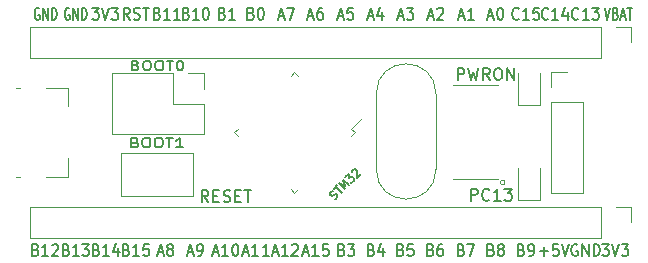
<source format=gbr>
G04 #@! TF.GenerationSoftware,KiCad,Pcbnew,5.1.6+dfsg1-1*
G04 #@! TF.CreationDate,2020-11-01T22:24:16+03:00*
G04 #@! TF.ProjectId,WhitePill,57686974-6550-4696-9c6c-2e6b69636164,rev?*
G04 #@! TF.SameCoordinates,Original*
G04 #@! TF.FileFunction,Legend,Top*
G04 #@! TF.FilePolarity,Positive*
%FSLAX46Y46*%
G04 Gerber Fmt 4.6, Leading zero omitted, Abs format (unit mm)*
G04 Created by KiCad (PCBNEW 5.1.6+dfsg1-1) date 2020-11-01 22:24:16*
%MOMM*%
%LPD*%
G01*
G04 APERTURE LIST*
%ADD10C,0.150000*%
%ADD11C,0.120000*%
%ADD12C,0.080000*%
G04 APERTURE END LIST*
D10*
X149634714Y-109452380D02*
X150191857Y-109452380D01*
X149891857Y-109833333D01*
X150020428Y-109833333D01*
X150106142Y-109880952D01*
X150149000Y-109928571D01*
X150191857Y-110023809D01*
X150191857Y-110261904D01*
X150149000Y-110357142D01*
X150106142Y-110404761D01*
X150020428Y-110452380D01*
X149763285Y-110452380D01*
X149677571Y-110404761D01*
X149634714Y-110357142D01*
X150449000Y-109452380D02*
X150749000Y-110452380D01*
X151049000Y-109452380D01*
X151263285Y-109452380D02*
X151820428Y-109452380D01*
X151520428Y-109833333D01*
X151649000Y-109833333D01*
X151734714Y-109880952D01*
X151777571Y-109928571D01*
X151820428Y-110023809D01*
X151820428Y-110261904D01*
X151777571Y-110357142D01*
X151734714Y-110404761D01*
X151649000Y-110452380D01*
X151391857Y-110452380D01*
X151306142Y-110404761D01*
X151263285Y-110357142D01*
X147525825Y-109500000D02*
X147440111Y-109452380D01*
X147311540Y-109452380D01*
X147182968Y-109500000D01*
X147097254Y-109595238D01*
X147054397Y-109690476D01*
X147011540Y-109880952D01*
X147011540Y-110023809D01*
X147054397Y-110214285D01*
X147097254Y-110309523D01*
X147182968Y-110404761D01*
X147311540Y-110452380D01*
X147397254Y-110452380D01*
X147525825Y-110404761D01*
X147568682Y-110357142D01*
X147568682Y-110023809D01*
X147397254Y-110023809D01*
X147954397Y-110452380D02*
X147954397Y-109452380D01*
X148468682Y-110452380D01*
X148468682Y-109452380D01*
X148897254Y-110452380D02*
X148897254Y-109452380D01*
X149111540Y-109452380D01*
X149240111Y-109500000D01*
X149325825Y-109595238D01*
X149368682Y-109690476D01*
X149411540Y-109880952D01*
X149411540Y-110023809D01*
X149368682Y-110214285D01*
X149325825Y-110309523D01*
X149240111Y-110404761D01*
X149111540Y-110452380D01*
X148897254Y-110452380D01*
X144374697Y-110071428D02*
X145060411Y-110071428D01*
X144717554Y-110452380D02*
X144717554Y-109690476D01*
X145917554Y-109452380D02*
X145488982Y-109452380D01*
X145446125Y-109928571D01*
X145488982Y-109880952D01*
X145574697Y-109833333D01*
X145788982Y-109833333D01*
X145874697Y-109880952D01*
X145917554Y-109928571D01*
X145960411Y-110023809D01*
X145960411Y-110261904D01*
X145917554Y-110357142D01*
X145874697Y-110404761D01*
X145788982Y-110452380D01*
X145574697Y-110452380D01*
X145488982Y-110404761D01*
X145446125Y-110357142D01*
X146217554Y-109452380D02*
X146517554Y-110452380D01*
X146817554Y-109452380D01*
X142792654Y-109928571D02*
X142921225Y-109976190D01*
X142964082Y-110023809D01*
X143006940Y-110119047D01*
X143006940Y-110261904D01*
X142964082Y-110357142D01*
X142921225Y-110404761D01*
X142835511Y-110452380D01*
X142492654Y-110452380D01*
X142492654Y-109452380D01*
X142792654Y-109452380D01*
X142878368Y-109500000D01*
X142921225Y-109547619D01*
X142964082Y-109642857D01*
X142964082Y-109738095D01*
X142921225Y-109833333D01*
X142878368Y-109880952D01*
X142792654Y-109928571D01*
X142492654Y-109928571D01*
X143435511Y-110452380D02*
X143606940Y-110452380D01*
X143692654Y-110404761D01*
X143735511Y-110357142D01*
X143821225Y-110214285D01*
X143864082Y-110023809D01*
X143864082Y-109642857D01*
X143821225Y-109547619D01*
X143778368Y-109500000D01*
X143692654Y-109452380D01*
X143521225Y-109452380D01*
X143435511Y-109500000D01*
X143392654Y-109547619D01*
X143349797Y-109642857D01*
X143349797Y-109880952D01*
X143392654Y-109976190D01*
X143435511Y-110023809D01*
X143521225Y-110071428D01*
X143692654Y-110071428D01*
X143778368Y-110023809D01*
X143821225Y-109976190D01*
X143864082Y-109880952D01*
X140214554Y-109928571D02*
X140343125Y-109976190D01*
X140385982Y-110023809D01*
X140428840Y-110119047D01*
X140428840Y-110261904D01*
X140385982Y-110357142D01*
X140343125Y-110404761D01*
X140257411Y-110452380D01*
X139914554Y-110452380D01*
X139914554Y-109452380D01*
X140214554Y-109452380D01*
X140300268Y-109500000D01*
X140343125Y-109547619D01*
X140385982Y-109642857D01*
X140385982Y-109738095D01*
X140343125Y-109833333D01*
X140300268Y-109880952D01*
X140214554Y-109928571D01*
X139914554Y-109928571D01*
X140943125Y-109880952D02*
X140857411Y-109833333D01*
X140814554Y-109785714D01*
X140771697Y-109690476D01*
X140771697Y-109642857D01*
X140814554Y-109547619D01*
X140857411Y-109500000D01*
X140943125Y-109452380D01*
X141114554Y-109452380D01*
X141200268Y-109500000D01*
X141243125Y-109547619D01*
X141285982Y-109642857D01*
X141285982Y-109690476D01*
X141243125Y-109785714D01*
X141200268Y-109833333D01*
X141114554Y-109880952D01*
X140943125Y-109880952D01*
X140857411Y-109928571D01*
X140814554Y-109976190D01*
X140771697Y-110071428D01*
X140771697Y-110261904D01*
X140814554Y-110357142D01*
X140857411Y-110404761D01*
X140943125Y-110452380D01*
X141114554Y-110452380D01*
X141200268Y-110404761D01*
X141243125Y-110357142D01*
X141285982Y-110261904D01*
X141285982Y-110071428D01*
X141243125Y-109976190D01*
X141200268Y-109928571D01*
X141114554Y-109880952D01*
X137697414Y-109928571D02*
X137825985Y-109976190D01*
X137868842Y-110023809D01*
X137911700Y-110119047D01*
X137911700Y-110261904D01*
X137868842Y-110357142D01*
X137825985Y-110404761D01*
X137740271Y-110452380D01*
X137397414Y-110452380D01*
X137397414Y-109452380D01*
X137697414Y-109452380D01*
X137783128Y-109500000D01*
X137825985Y-109547619D01*
X137868842Y-109642857D01*
X137868842Y-109738095D01*
X137825985Y-109833333D01*
X137783128Y-109880952D01*
X137697414Y-109928571D01*
X137397414Y-109928571D01*
X138211700Y-109452380D02*
X138811700Y-109452380D01*
X138425985Y-110452380D01*
X135119314Y-109928571D02*
X135247885Y-109976190D01*
X135290742Y-110023809D01*
X135333600Y-110119047D01*
X135333600Y-110261904D01*
X135290742Y-110357142D01*
X135247885Y-110404761D01*
X135162171Y-110452380D01*
X134819314Y-110452380D01*
X134819314Y-109452380D01*
X135119314Y-109452380D01*
X135205028Y-109500000D01*
X135247885Y-109547619D01*
X135290742Y-109642857D01*
X135290742Y-109738095D01*
X135247885Y-109833333D01*
X135205028Y-109880952D01*
X135119314Y-109928571D01*
X134819314Y-109928571D01*
X136105028Y-109452380D02*
X135933600Y-109452380D01*
X135847885Y-109500000D01*
X135805028Y-109547619D01*
X135719314Y-109690476D01*
X135676457Y-109880952D01*
X135676457Y-110261904D01*
X135719314Y-110357142D01*
X135762171Y-110404761D01*
X135847885Y-110452380D01*
X136019314Y-110452380D01*
X136105028Y-110404761D01*
X136147885Y-110357142D01*
X136190742Y-110261904D01*
X136190742Y-110023809D01*
X136147885Y-109928571D01*
X136105028Y-109880952D01*
X136019314Y-109833333D01*
X135847885Y-109833333D01*
X135762171Y-109880952D01*
X135719314Y-109928571D01*
X135676457Y-110023809D01*
X132581854Y-109928571D02*
X132710425Y-109976190D01*
X132753282Y-110023809D01*
X132796140Y-110119047D01*
X132796140Y-110261904D01*
X132753282Y-110357142D01*
X132710425Y-110404761D01*
X132624711Y-110452380D01*
X132281854Y-110452380D01*
X132281854Y-109452380D01*
X132581854Y-109452380D01*
X132667568Y-109500000D01*
X132710425Y-109547619D01*
X132753282Y-109642857D01*
X132753282Y-109738095D01*
X132710425Y-109833333D01*
X132667568Y-109880952D01*
X132581854Y-109928571D01*
X132281854Y-109928571D01*
X133610425Y-109452380D02*
X133181854Y-109452380D01*
X133138997Y-109928571D01*
X133181854Y-109880952D01*
X133267568Y-109833333D01*
X133481854Y-109833333D01*
X133567568Y-109880952D01*
X133610425Y-109928571D01*
X133653282Y-110023809D01*
X133653282Y-110261904D01*
X133610425Y-110357142D01*
X133567568Y-110404761D01*
X133481854Y-110452380D01*
X133267568Y-110452380D01*
X133181854Y-110404761D01*
X133138997Y-110357142D01*
X130087574Y-109928571D02*
X130216145Y-109976190D01*
X130259002Y-110023809D01*
X130301860Y-110119047D01*
X130301860Y-110261904D01*
X130259002Y-110357142D01*
X130216145Y-110404761D01*
X130130431Y-110452380D01*
X129787574Y-110452380D01*
X129787574Y-109452380D01*
X130087574Y-109452380D01*
X130173288Y-109500000D01*
X130216145Y-109547619D01*
X130259002Y-109642857D01*
X130259002Y-109738095D01*
X130216145Y-109833333D01*
X130173288Y-109880952D01*
X130087574Y-109928571D01*
X129787574Y-109928571D01*
X131073288Y-109785714D02*
X131073288Y-110452380D01*
X130859002Y-109404761D02*
X130644717Y-110119047D01*
X131201860Y-110119047D01*
X127562814Y-109928571D02*
X127691385Y-109976190D01*
X127734242Y-110023809D01*
X127777100Y-110119047D01*
X127777100Y-110261904D01*
X127734242Y-110357142D01*
X127691385Y-110404761D01*
X127605671Y-110452380D01*
X127262814Y-110452380D01*
X127262814Y-109452380D01*
X127562814Y-109452380D01*
X127648528Y-109500000D01*
X127691385Y-109547619D01*
X127734242Y-109642857D01*
X127734242Y-109738095D01*
X127691385Y-109833333D01*
X127648528Y-109880952D01*
X127562814Y-109928571D01*
X127262814Y-109928571D01*
X128077100Y-109452380D02*
X128634242Y-109452380D01*
X128334242Y-109833333D01*
X128462814Y-109833333D01*
X128548528Y-109880952D01*
X128591385Y-109928571D01*
X128634242Y-110023809D01*
X128634242Y-110261904D01*
X128591385Y-110357142D01*
X128548528Y-110404761D01*
X128462814Y-110452380D01*
X128205671Y-110452380D01*
X128119957Y-110404761D01*
X128077100Y-110357142D01*
X124323291Y-110166666D02*
X124751862Y-110166666D01*
X124237577Y-110452380D02*
X124537577Y-109452380D01*
X124837577Y-110452380D01*
X125609005Y-110452380D02*
X125094720Y-110452380D01*
X125351862Y-110452380D02*
X125351862Y-109452380D01*
X125266148Y-109595238D01*
X125180434Y-109690476D01*
X125094720Y-109738095D01*
X126423291Y-109452380D02*
X125994720Y-109452380D01*
X125951862Y-109928571D01*
X125994720Y-109880952D01*
X126080434Y-109833333D01*
X126294720Y-109833333D01*
X126380434Y-109880952D01*
X126423291Y-109928571D01*
X126466148Y-110023809D01*
X126466148Y-110261904D01*
X126423291Y-110357142D01*
X126380434Y-110404761D01*
X126294720Y-110452380D01*
X126080434Y-110452380D01*
X125994720Y-110404761D01*
X125951862Y-110357142D01*
X121732491Y-110166666D02*
X122161062Y-110166666D01*
X121646777Y-110452380D02*
X121946777Y-109452380D01*
X122246777Y-110452380D01*
X123018205Y-110452380D02*
X122503920Y-110452380D01*
X122761062Y-110452380D02*
X122761062Y-109452380D01*
X122675348Y-109595238D01*
X122589634Y-109690476D01*
X122503920Y-109738095D01*
X123361062Y-109547619D02*
X123403920Y-109500000D01*
X123489634Y-109452380D01*
X123703920Y-109452380D01*
X123789634Y-109500000D01*
X123832491Y-109547619D01*
X123875348Y-109642857D01*
X123875348Y-109738095D01*
X123832491Y-109880952D01*
X123318205Y-110452380D01*
X123875348Y-110452380D01*
X119240751Y-110166666D02*
X119669322Y-110166666D01*
X119155037Y-110452380D02*
X119455037Y-109452380D01*
X119755037Y-110452380D01*
X120526465Y-110452380D02*
X120012180Y-110452380D01*
X120269322Y-110452380D02*
X120269322Y-109452380D01*
X120183608Y-109595238D01*
X120097894Y-109690476D01*
X120012180Y-109738095D01*
X121383608Y-110452380D02*
X120869322Y-110452380D01*
X121126465Y-110452380D02*
X121126465Y-109452380D01*
X121040751Y-109595238D01*
X120955037Y-109690476D01*
X120869322Y-109738095D01*
X116690591Y-110166666D02*
X117119162Y-110166666D01*
X116604877Y-110452380D02*
X116904877Y-109452380D01*
X117204877Y-110452380D01*
X117976305Y-110452380D02*
X117462020Y-110452380D01*
X117719162Y-110452380D02*
X117719162Y-109452380D01*
X117633448Y-109595238D01*
X117547734Y-109690476D01*
X117462020Y-109738095D01*
X118533448Y-109452380D02*
X118619162Y-109452380D01*
X118704877Y-109500000D01*
X118747734Y-109547619D01*
X118790591Y-109642857D01*
X118833448Y-109833333D01*
X118833448Y-110071428D01*
X118790591Y-110261904D01*
X118747734Y-110357142D01*
X118704877Y-110404761D01*
X118619162Y-110452380D01*
X118533448Y-110452380D01*
X118447734Y-110404761D01*
X118404877Y-110357142D01*
X118362020Y-110261904D01*
X118319162Y-110071428D01*
X118319162Y-109833333D01*
X118362020Y-109642857D01*
X118404877Y-109547619D01*
X118447734Y-109500000D01*
X118533448Y-109452380D01*
X114528362Y-110166666D02*
X114956934Y-110166666D01*
X114442648Y-110452380D02*
X114742648Y-109452380D01*
X115042648Y-110452380D01*
X115385505Y-110452380D02*
X115556934Y-110452380D01*
X115642648Y-110404761D01*
X115685505Y-110357142D01*
X115771220Y-110214285D01*
X115814077Y-110023809D01*
X115814077Y-109642857D01*
X115771220Y-109547619D01*
X115728362Y-109500000D01*
X115642648Y-109452380D01*
X115471220Y-109452380D01*
X115385505Y-109500000D01*
X115342648Y-109547619D01*
X115299791Y-109642857D01*
X115299791Y-109880952D01*
X115342648Y-109976190D01*
X115385505Y-110023809D01*
X115471220Y-110071428D01*
X115642648Y-110071428D01*
X115728362Y-110023809D01*
X115771220Y-109976190D01*
X115814077Y-109880952D01*
X112036622Y-110166666D02*
X112465194Y-110166666D01*
X111950908Y-110452380D02*
X112250908Y-109452380D01*
X112550908Y-110452380D01*
X112979480Y-109880952D02*
X112893765Y-109833333D01*
X112850908Y-109785714D01*
X112808051Y-109690476D01*
X112808051Y-109642857D01*
X112850908Y-109547619D01*
X112893765Y-109500000D01*
X112979480Y-109452380D01*
X113150908Y-109452380D01*
X113236622Y-109500000D01*
X113279480Y-109547619D01*
X113322337Y-109642857D01*
X113322337Y-109690476D01*
X113279480Y-109785714D01*
X113236622Y-109833333D01*
X113150908Y-109880952D01*
X112979480Y-109880952D01*
X112893765Y-109928571D01*
X112850908Y-109976190D01*
X112808051Y-110071428D01*
X112808051Y-110261904D01*
X112850908Y-110357142D01*
X112893765Y-110404761D01*
X112979480Y-110452380D01*
X113150908Y-110452380D01*
X113236622Y-110404761D01*
X113279480Y-110357142D01*
X113322337Y-110261904D01*
X113322337Y-110071428D01*
X113279480Y-109976190D01*
X113236622Y-109928571D01*
X113150908Y-109880952D01*
X109336462Y-109928571D02*
X109465034Y-109976190D01*
X109507891Y-110023809D01*
X109550748Y-110119047D01*
X109550748Y-110261904D01*
X109507891Y-110357142D01*
X109465034Y-110404761D01*
X109379320Y-110452380D01*
X109036462Y-110452380D01*
X109036462Y-109452380D01*
X109336462Y-109452380D01*
X109422177Y-109500000D01*
X109465034Y-109547619D01*
X109507891Y-109642857D01*
X109507891Y-109738095D01*
X109465034Y-109833333D01*
X109422177Y-109880952D01*
X109336462Y-109928571D01*
X109036462Y-109928571D01*
X110407891Y-110452380D02*
X109893605Y-110452380D01*
X110150748Y-110452380D02*
X110150748Y-109452380D01*
X110065034Y-109595238D01*
X109979320Y-109690476D01*
X109893605Y-109738095D01*
X111222177Y-109452380D02*
X110793605Y-109452380D01*
X110750748Y-109928571D01*
X110793605Y-109880952D01*
X110879320Y-109833333D01*
X111093605Y-109833333D01*
X111179320Y-109880952D01*
X111222177Y-109928571D01*
X111265034Y-110023809D01*
X111265034Y-110261904D01*
X111222177Y-110357142D01*
X111179320Y-110404761D01*
X111093605Y-110452380D01*
X110879320Y-110452380D01*
X110793605Y-110404761D01*
X110750748Y-110357142D01*
X106804082Y-109928571D02*
X106932654Y-109976190D01*
X106975511Y-110023809D01*
X107018368Y-110119047D01*
X107018368Y-110261904D01*
X106975511Y-110357142D01*
X106932654Y-110404761D01*
X106846940Y-110452380D01*
X106504082Y-110452380D01*
X106504082Y-109452380D01*
X106804082Y-109452380D01*
X106889797Y-109500000D01*
X106932654Y-109547619D01*
X106975511Y-109642857D01*
X106975511Y-109738095D01*
X106932654Y-109833333D01*
X106889797Y-109880952D01*
X106804082Y-109928571D01*
X106504082Y-109928571D01*
X107875511Y-110452380D02*
X107361225Y-110452380D01*
X107618368Y-110452380D02*
X107618368Y-109452380D01*
X107532654Y-109595238D01*
X107446940Y-109690476D01*
X107361225Y-109738095D01*
X108646940Y-109785714D02*
X108646940Y-110452380D01*
X108432654Y-109404761D02*
X108218368Y-110119047D01*
X108775511Y-110119047D01*
X104233602Y-109928571D02*
X104362174Y-109976190D01*
X104405031Y-110023809D01*
X104447888Y-110119047D01*
X104447888Y-110261904D01*
X104405031Y-110357142D01*
X104362174Y-110404761D01*
X104276460Y-110452380D01*
X103933602Y-110452380D01*
X103933602Y-109452380D01*
X104233602Y-109452380D01*
X104319317Y-109500000D01*
X104362174Y-109547619D01*
X104405031Y-109642857D01*
X104405031Y-109738095D01*
X104362174Y-109833333D01*
X104319317Y-109880952D01*
X104233602Y-109928571D01*
X103933602Y-109928571D01*
X105305031Y-110452380D02*
X104790745Y-110452380D01*
X105047888Y-110452380D02*
X105047888Y-109452380D01*
X104962174Y-109595238D01*
X104876460Y-109690476D01*
X104790745Y-109738095D01*
X105605031Y-109452380D02*
X106162174Y-109452380D01*
X105862174Y-109833333D01*
X105990745Y-109833333D01*
X106076460Y-109880952D01*
X106119317Y-109928571D01*
X106162174Y-110023809D01*
X106162174Y-110261904D01*
X106119317Y-110357142D01*
X106076460Y-110404761D01*
X105990745Y-110452380D01*
X105733602Y-110452380D01*
X105647888Y-110404761D01*
X105605031Y-110357142D01*
X101652962Y-109928571D02*
X101781534Y-109976190D01*
X101824391Y-110023809D01*
X101867248Y-110119047D01*
X101867248Y-110261904D01*
X101824391Y-110357142D01*
X101781534Y-110404761D01*
X101695820Y-110452380D01*
X101352962Y-110452380D01*
X101352962Y-109452380D01*
X101652962Y-109452380D01*
X101738677Y-109500000D01*
X101781534Y-109547619D01*
X101824391Y-109642857D01*
X101824391Y-109738095D01*
X101781534Y-109833333D01*
X101738677Y-109880952D01*
X101652962Y-109928571D01*
X101352962Y-109928571D01*
X102724391Y-110452380D02*
X102210105Y-110452380D01*
X102467248Y-110452380D02*
X102467248Y-109452380D01*
X102381534Y-109595238D01*
X102295820Y-109690476D01*
X102210105Y-109738095D01*
X103067248Y-109547619D02*
X103110105Y-109500000D01*
X103195820Y-109452380D01*
X103410105Y-109452380D01*
X103495820Y-109500000D01*
X103538677Y-109547619D01*
X103581534Y-109642857D01*
X103581534Y-109738095D01*
X103538677Y-109880952D01*
X103024391Y-110452380D01*
X103581534Y-110452380D01*
X101975986Y-89500000D02*
X101909320Y-89452380D01*
X101809320Y-89452380D01*
X101709320Y-89500000D01*
X101642653Y-89595238D01*
X101609320Y-89690476D01*
X101575986Y-89880952D01*
X101575986Y-90023809D01*
X101609320Y-90214285D01*
X101642653Y-90309523D01*
X101709320Y-90404761D01*
X101809320Y-90452380D01*
X101875986Y-90452380D01*
X101975986Y-90404761D01*
X102009320Y-90357142D01*
X102009320Y-90023809D01*
X101875986Y-90023809D01*
X102309320Y-90452380D02*
X102309320Y-89452380D01*
X102709320Y-90452380D01*
X102709320Y-89452380D01*
X103042653Y-90452380D02*
X103042653Y-89452380D01*
X103209320Y-89452380D01*
X103309320Y-89500000D01*
X103375986Y-89595238D01*
X103409320Y-89690476D01*
X103442653Y-89880952D01*
X103442653Y-90023809D01*
X103409320Y-90214285D01*
X103375986Y-90309523D01*
X103309320Y-90404761D01*
X103209320Y-90452380D01*
X103042653Y-90452380D01*
X104521066Y-89500000D02*
X104454400Y-89452380D01*
X104354400Y-89452380D01*
X104254400Y-89500000D01*
X104187733Y-89595238D01*
X104154400Y-89690476D01*
X104121066Y-89880952D01*
X104121066Y-90023809D01*
X104154400Y-90214285D01*
X104187733Y-90309523D01*
X104254400Y-90404761D01*
X104354400Y-90452380D01*
X104421066Y-90452380D01*
X104521066Y-90404761D01*
X104554400Y-90357142D01*
X104554400Y-90023809D01*
X104421066Y-90023809D01*
X104854400Y-90452380D02*
X104854400Y-89452380D01*
X105254400Y-90452380D01*
X105254400Y-89452380D01*
X105587733Y-90452380D02*
X105587733Y-89452380D01*
X105754400Y-89452380D01*
X105854400Y-89500000D01*
X105921066Y-89595238D01*
X105954400Y-89690476D01*
X105987733Y-89880952D01*
X105987733Y-90023809D01*
X105954400Y-90214285D01*
X105921066Y-90309523D01*
X105854400Y-90404761D01*
X105754400Y-90452380D01*
X105587733Y-90452380D01*
X106452174Y-89452380D02*
X107009317Y-89452380D01*
X106709317Y-89833333D01*
X106837888Y-89833333D01*
X106923602Y-89880952D01*
X106966460Y-89928571D01*
X107009317Y-90023809D01*
X107009317Y-90261904D01*
X106966460Y-90357142D01*
X106923602Y-90404761D01*
X106837888Y-90452380D01*
X106580745Y-90452380D01*
X106495031Y-90404761D01*
X106452174Y-90357142D01*
X107266460Y-89452380D02*
X107566460Y-90452380D01*
X107866460Y-89452380D01*
X108080745Y-89452380D02*
X108637888Y-89452380D01*
X108337888Y-89833333D01*
X108466460Y-89833333D01*
X108552174Y-89880952D01*
X108595031Y-89928571D01*
X108637888Y-90023809D01*
X108637888Y-90261904D01*
X108595031Y-90357142D01*
X108552174Y-90404761D01*
X108466460Y-90452380D01*
X108209317Y-90452380D01*
X108123602Y-90404761D01*
X108080745Y-90357142D01*
X109621222Y-90452380D02*
X109321222Y-89976190D01*
X109106937Y-90452380D02*
X109106937Y-89452380D01*
X109449794Y-89452380D01*
X109535508Y-89500000D01*
X109578365Y-89547619D01*
X109621222Y-89642857D01*
X109621222Y-89785714D01*
X109578365Y-89880952D01*
X109535508Y-89928571D01*
X109449794Y-89976190D01*
X109106937Y-89976190D01*
X109964080Y-90404761D02*
X110092651Y-90452380D01*
X110306937Y-90452380D01*
X110392651Y-90404761D01*
X110435508Y-90357142D01*
X110478365Y-90261904D01*
X110478365Y-90166666D01*
X110435508Y-90071428D01*
X110392651Y-90023809D01*
X110306937Y-89976190D01*
X110135508Y-89928571D01*
X110049794Y-89880952D01*
X110006937Y-89833333D01*
X109964080Y-89738095D01*
X109964080Y-89642857D01*
X110006937Y-89547619D01*
X110049794Y-89500000D01*
X110135508Y-89452380D01*
X110349794Y-89452380D01*
X110478365Y-89500000D01*
X110735508Y-89452380D02*
X111249794Y-89452380D01*
X110992651Y-90452380D02*
X110992651Y-89452380D01*
X111962822Y-89928571D02*
X112091394Y-89976190D01*
X112134251Y-90023809D01*
X112177108Y-90119047D01*
X112177108Y-90261904D01*
X112134251Y-90357142D01*
X112091394Y-90404761D01*
X112005680Y-90452380D01*
X111662822Y-90452380D01*
X111662822Y-89452380D01*
X111962822Y-89452380D01*
X112048537Y-89500000D01*
X112091394Y-89547619D01*
X112134251Y-89642857D01*
X112134251Y-89738095D01*
X112091394Y-89833333D01*
X112048537Y-89880952D01*
X111962822Y-89928571D01*
X111662822Y-89928571D01*
X113034251Y-90452380D02*
X112519965Y-90452380D01*
X112777108Y-90452380D02*
X112777108Y-89452380D01*
X112691394Y-89595238D01*
X112605680Y-89690476D01*
X112519965Y-89738095D01*
X113891394Y-90452380D02*
X113377108Y-90452380D01*
X113634251Y-90452380D02*
X113634251Y-89452380D01*
X113548537Y-89595238D01*
X113462822Y-89690476D01*
X113377108Y-89738095D01*
X114396142Y-89928571D02*
X114524714Y-89976190D01*
X114567571Y-90023809D01*
X114610428Y-90119047D01*
X114610428Y-90261904D01*
X114567571Y-90357142D01*
X114524714Y-90404761D01*
X114439000Y-90452380D01*
X114096142Y-90452380D01*
X114096142Y-89452380D01*
X114396142Y-89452380D01*
X114481857Y-89500000D01*
X114524714Y-89547619D01*
X114567571Y-89642857D01*
X114567571Y-89738095D01*
X114524714Y-89833333D01*
X114481857Y-89880952D01*
X114396142Y-89928571D01*
X114096142Y-89928571D01*
X115467571Y-90452380D02*
X114953285Y-90452380D01*
X115210428Y-90452380D02*
X115210428Y-89452380D01*
X115124714Y-89595238D01*
X115039000Y-89690476D01*
X114953285Y-89738095D01*
X116024714Y-89452380D02*
X116110428Y-89452380D01*
X116196142Y-89500000D01*
X116239000Y-89547619D01*
X116281857Y-89642857D01*
X116324714Y-89833333D01*
X116324714Y-90071428D01*
X116281857Y-90261904D01*
X116239000Y-90357142D01*
X116196142Y-90404761D01*
X116110428Y-90452380D01*
X116024714Y-90452380D01*
X115939000Y-90404761D01*
X115896142Y-90357142D01*
X115853285Y-90261904D01*
X115810428Y-90071428D01*
X115810428Y-89833333D01*
X115853285Y-89642857D01*
X115896142Y-89547619D01*
X115939000Y-89500000D01*
X116024714Y-89452380D01*
X117461234Y-89928571D02*
X117589805Y-89976190D01*
X117632662Y-90023809D01*
X117675520Y-90119047D01*
X117675520Y-90261904D01*
X117632662Y-90357142D01*
X117589805Y-90404761D01*
X117504091Y-90452380D01*
X117161234Y-90452380D01*
X117161234Y-89452380D01*
X117461234Y-89452380D01*
X117546948Y-89500000D01*
X117589805Y-89547619D01*
X117632662Y-89642857D01*
X117632662Y-89738095D01*
X117589805Y-89833333D01*
X117546948Y-89880952D01*
X117461234Y-89928571D01*
X117161234Y-89928571D01*
X118532662Y-90452380D02*
X118018377Y-90452380D01*
X118275520Y-90452380D02*
X118275520Y-89452380D01*
X118189805Y-89595238D01*
X118104091Y-89690476D01*
X118018377Y-89738095D01*
X119894554Y-89928571D02*
X120023125Y-89976190D01*
X120065982Y-90023809D01*
X120108840Y-90119047D01*
X120108840Y-90261904D01*
X120065982Y-90357142D01*
X120023125Y-90404761D01*
X119937411Y-90452380D01*
X119594554Y-90452380D01*
X119594554Y-89452380D01*
X119894554Y-89452380D01*
X119980268Y-89500000D01*
X120023125Y-89547619D01*
X120065982Y-89642857D01*
X120065982Y-89738095D01*
X120023125Y-89833333D01*
X119980268Y-89880952D01*
X119894554Y-89928571D01*
X119594554Y-89928571D01*
X120665982Y-89452380D02*
X120751697Y-89452380D01*
X120837411Y-89500000D01*
X120880268Y-89547619D01*
X120923125Y-89642857D01*
X120965982Y-89833333D01*
X120965982Y-90071428D01*
X120923125Y-90261904D01*
X120880268Y-90357142D01*
X120837411Y-90404761D01*
X120751697Y-90452380D01*
X120665982Y-90452380D01*
X120580268Y-90404761D01*
X120537411Y-90357142D01*
X120494554Y-90261904D01*
X120451697Y-90071428D01*
X120451697Y-89833333D01*
X120494554Y-89642857D01*
X120537411Y-89547619D01*
X120580268Y-89500000D01*
X120665982Y-89452380D01*
X126974636Y-105668417D02*
X127068917Y-105621276D01*
X127186768Y-105503425D01*
X127210338Y-105432715D01*
X127210338Y-105385574D01*
X127186768Y-105314863D01*
X127139628Y-105267723D01*
X127068917Y-105244153D01*
X127021776Y-105244153D01*
X126951066Y-105267723D01*
X126833215Y-105338434D01*
X126762504Y-105362004D01*
X126715364Y-105362004D01*
X126644653Y-105338434D01*
X126597512Y-105291293D01*
X126573942Y-105220583D01*
X126573942Y-105173442D01*
X126597512Y-105102731D01*
X126715364Y-104984880D01*
X126809644Y-104937740D01*
X126927496Y-104772748D02*
X127210338Y-104489906D01*
X127563892Y-105126302D02*
X127068917Y-104631327D01*
X127870305Y-104819889D02*
X127375330Y-104324914D01*
X127893875Y-104513476D01*
X127705313Y-103994931D01*
X128200288Y-104489906D01*
X127893875Y-103806369D02*
X128200288Y-103499956D01*
X128223858Y-103853509D01*
X128294569Y-103782799D01*
X128365279Y-103759229D01*
X128412420Y-103759229D01*
X128483130Y-103782799D01*
X128600982Y-103900650D01*
X128624552Y-103971361D01*
X128624552Y-104018501D01*
X128600982Y-104089212D01*
X128459560Y-104230633D01*
X128388850Y-104254203D01*
X128341709Y-104254203D01*
X128435990Y-103358535D02*
X128435990Y-103311394D01*
X128459560Y-103240684D01*
X128577411Y-103122832D01*
X128648122Y-103099262D01*
X128695263Y-103099262D01*
X128765973Y-103122832D01*
X128813114Y-103169973D01*
X128860254Y-103264254D01*
X128860254Y-103829939D01*
X129166667Y-103523526D01*
X116284239Y-105880160D02*
X115950905Y-105403970D01*
X115712810Y-105880160D02*
X115712810Y-104880160D01*
X116093762Y-104880160D01*
X116189000Y-104927780D01*
X116236620Y-104975399D01*
X116284239Y-105070637D01*
X116284239Y-105213494D01*
X116236620Y-105308732D01*
X116189000Y-105356351D01*
X116093762Y-105403970D01*
X115712810Y-105403970D01*
X116712810Y-105356351D02*
X117046143Y-105356351D01*
X117189000Y-105880160D02*
X116712810Y-105880160D01*
X116712810Y-104880160D01*
X117189000Y-104880160D01*
X117569953Y-105832541D02*
X117712810Y-105880160D01*
X117950905Y-105880160D01*
X118046143Y-105832541D01*
X118093762Y-105784922D01*
X118141381Y-105689684D01*
X118141381Y-105594446D01*
X118093762Y-105499208D01*
X118046143Y-105451589D01*
X117950905Y-105403970D01*
X117760429Y-105356351D01*
X117665191Y-105308732D01*
X117617572Y-105261113D01*
X117569953Y-105165875D01*
X117569953Y-105070637D01*
X117617572Y-104975399D01*
X117665191Y-104927780D01*
X117760429Y-104880160D01*
X117998524Y-104880160D01*
X118141381Y-104927780D01*
X118569953Y-105356351D02*
X118903286Y-105356351D01*
X119046143Y-105880160D02*
X118569953Y-105880160D01*
X118569953Y-104880160D01*
X119046143Y-104880160D01*
X119331858Y-104880160D02*
X119903286Y-104880160D01*
X119617572Y-105880160D02*
X119617572Y-104880160D01*
X138498794Y-105778560D02*
X138498794Y-104778560D01*
X138879746Y-104778560D01*
X138974984Y-104826180D01*
X139022603Y-104873799D01*
X139070222Y-104969037D01*
X139070222Y-105111894D01*
X139022603Y-105207132D01*
X138974984Y-105254751D01*
X138879746Y-105302370D01*
X138498794Y-105302370D01*
X140070222Y-105683322D02*
X140022603Y-105730941D01*
X139879746Y-105778560D01*
X139784508Y-105778560D01*
X139641651Y-105730941D01*
X139546413Y-105635703D01*
X139498794Y-105540465D01*
X139451175Y-105349989D01*
X139451175Y-105207132D01*
X139498794Y-105016656D01*
X139546413Y-104921418D01*
X139641651Y-104826180D01*
X139784508Y-104778560D01*
X139879746Y-104778560D01*
X140022603Y-104826180D01*
X140070222Y-104873799D01*
X141022603Y-105778560D02*
X140451175Y-105778560D01*
X140736889Y-105778560D02*
X140736889Y-104778560D01*
X140641651Y-104921418D01*
X140546413Y-105016656D01*
X140451175Y-105064275D01*
X141355937Y-104778560D02*
X141974984Y-104778560D01*
X141641651Y-105159513D01*
X141784508Y-105159513D01*
X141879746Y-105207132D01*
X141927365Y-105254751D01*
X141974984Y-105349989D01*
X141974984Y-105588084D01*
X141927365Y-105683322D01*
X141879746Y-105730941D01*
X141784508Y-105778560D01*
X141498794Y-105778560D01*
X141403556Y-105730941D01*
X141355937Y-105683322D01*
X137390167Y-95567760D02*
X137390167Y-94567760D01*
X137771120Y-94567760D01*
X137866358Y-94615380D01*
X137913977Y-94662999D01*
X137961596Y-94758237D01*
X137961596Y-94901094D01*
X137913977Y-94996332D01*
X137866358Y-95043951D01*
X137771120Y-95091570D01*
X137390167Y-95091570D01*
X138294929Y-94567760D02*
X138533024Y-95567760D01*
X138723500Y-94853475D01*
X138913977Y-95567760D01*
X139152072Y-94567760D01*
X140104453Y-95567760D02*
X139771120Y-95091570D01*
X139533024Y-95567760D02*
X139533024Y-94567760D01*
X139913977Y-94567760D01*
X140009215Y-94615380D01*
X140056834Y-94662999D01*
X140104453Y-94758237D01*
X140104453Y-94901094D01*
X140056834Y-94996332D01*
X140009215Y-95043951D01*
X139913977Y-95091570D01*
X139533024Y-95091570D01*
X140723500Y-94567760D02*
X140913977Y-94567760D01*
X141009215Y-94615380D01*
X141104453Y-94710618D01*
X141152072Y-94901094D01*
X141152072Y-95234427D01*
X141104453Y-95424903D01*
X141009215Y-95520141D01*
X140913977Y-95567760D01*
X140723500Y-95567760D01*
X140628262Y-95520141D01*
X140533024Y-95424903D01*
X140485405Y-95234427D01*
X140485405Y-94901094D01*
X140533024Y-94710618D01*
X140628262Y-94615380D01*
X140723500Y-94567760D01*
X141580643Y-95567760D02*
X141580643Y-94567760D01*
X142152072Y-95567760D01*
X142152072Y-94567760D01*
X122229642Y-90166666D02*
X122658214Y-90166666D01*
X122143928Y-90452380D02*
X122443928Y-89452380D01*
X122743928Y-90452380D01*
X122958214Y-89452380D02*
X123558214Y-89452380D01*
X123172500Y-90452380D01*
X124713762Y-90166666D02*
X125142334Y-90166666D01*
X124628048Y-90452380D02*
X124928048Y-89452380D01*
X125228048Y-90452380D01*
X125913762Y-89452380D02*
X125742334Y-89452380D01*
X125656620Y-89500000D01*
X125613762Y-89547619D01*
X125528048Y-89690476D01*
X125485191Y-89880952D01*
X125485191Y-90261904D01*
X125528048Y-90357142D01*
X125570905Y-90404761D01*
X125656620Y-90452380D01*
X125828048Y-90452380D01*
X125913762Y-90404761D01*
X125956620Y-90357142D01*
X125999477Y-90261904D01*
X125999477Y-90023809D01*
X125956620Y-89928571D01*
X125913762Y-89880952D01*
X125828048Y-89833333D01*
X125656620Y-89833333D01*
X125570905Y-89880952D01*
X125528048Y-89928571D01*
X125485191Y-90023809D01*
X127269002Y-90166666D02*
X127697574Y-90166666D01*
X127183288Y-90452380D02*
X127483288Y-89452380D01*
X127783288Y-90452380D01*
X128511860Y-89452380D02*
X128083288Y-89452380D01*
X128040431Y-89928571D01*
X128083288Y-89880952D01*
X128169002Y-89833333D01*
X128383288Y-89833333D01*
X128469002Y-89880952D01*
X128511860Y-89928571D01*
X128554717Y-90023809D01*
X128554717Y-90261904D01*
X128511860Y-90357142D01*
X128469002Y-90404761D01*
X128383288Y-90452380D01*
X128169002Y-90452380D01*
X128083288Y-90404761D01*
X128040431Y-90357142D01*
X129821702Y-90166666D02*
X130250274Y-90166666D01*
X129735988Y-90452380D02*
X130035988Y-89452380D01*
X130335988Y-90452380D01*
X131021702Y-89785714D02*
X131021702Y-90452380D01*
X130807417Y-89404761D02*
X130593131Y-90119047D01*
X131150274Y-90119047D01*
X132351542Y-90166666D02*
X132780114Y-90166666D01*
X132265828Y-90452380D02*
X132565828Y-89452380D01*
X132865828Y-90452380D01*
X133080114Y-89452380D02*
X133637257Y-89452380D01*
X133337257Y-89833333D01*
X133465828Y-89833333D01*
X133551542Y-89880952D01*
X133594400Y-89928571D01*
X133637257Y-90023809D01*
X133637257Y-90261904D01*
X133594400Y-90357142D01*
X133551542Y-90404761D01*
X133465828Y-90452380D01*
X133208685Y-90452380D01*
X133122971Y-90404761D01*
X133080114Y-90357142D01*
X134894082Y-90166666D02*
X135322654Y-90166666D01*
X134808368Y-90452380D02*
X135108368Y-89452380D01*
X135408368Y-90452380D01*
X135665511Y-89547619D02*
X135708368Y-89500000D01*
X135794082Y-89452380D01*
X136008368Y-89452380D01*
X136094082Y-89500000D01*
X136136940Y-89547619D01*
X136179797Y-89642857D01*
X136179797Y-89738095D01*
X136136940Y-89880952D01*
X135622654Y-90452380D01*
X136179797Y-90452380D01*
X137477262Y-90166666D02*
X137905834Y-90166666D01*
X137391548Y-90452380D02*
X137691548Y-89452380D01*
X137991548Y-90452380D01*
X138762977Y-90452380D02*
X138248691Y-90452380D01*
X138505834Y-90452380D02*
X138505834Y-89452380D01*
X138420120Y-89595238D01*
X138334405Y-89690476D01*
X138248691Y-89738095D01*
X139956302Y-90166666D02*
X140384874Y-90166666D01*
X139870588Y-90452380D02*
X140170588Y-89452380D01*
X140470588Y-90452380D01*
X140942017Y-89452380D02*
X141027731Y-89452380D01*
X141113445Y-89500000D01*
X141156302Y-89547619D01*
X141199160Y-89642857D01*
X141242017Y-89833333D01*
X141242017Y-90071428D01*
X141199160Y-90261904D01*
X141156302Y-90357142D01*
X141113445Y-90404761D01*
X141027731Y-90452380D01*
X140942017Y-90452380D01*
X140856302Y-90404761D01*
X140813445Y-90357142D01*
X140770588Y-90261904D01*
X140727731Y-90071428D01*
X140727731Y-89833333D01*
X140770588Y-89642857D01*
X140813445Y-89547619D01*
X140856302Y-89500000D01*
X140942017Y-89452380D01*
X142575828Y-90357142D02*
X142532971Y-90404761D01*
X142404400Y-90452380D01*
X142318685Y-90452380D01*
X142190114Y-90404761D01*
X142104400Y-90309523D01*
X142061542Y-90214285D01*
X142018685Y-90023809D01*
X142018685Y-89880952D01*
X142061542Y-89690476D01*
X142104400Y-89595238D01*
X142190114Y-89500000D01*
X142318685Y-89452380D01*
X142404400Y-89452380D01*
X142532971Y-89500000D01*
X142575828Y-89547619D01*
X143432971Y-90452380D02*
X142918685Y-90452380D01*
X143175828Y-90452380D02*
X143175828Y-89452380D01*
X143090114Y-89595238D01*
X143004400Y-89690476D01*
X142918685Y-89738095D01*
X144247257Y-89452380D02*
X143818685Y-89452380D01*
X143775828Y-89928571D01*
X143818685Y-89880952D01*
X143904400Y-89833333D01*
X144118685Y-89833333D01*
X144204400Y-89880952D01*
X144247257Y-89928571D01*
X144290114Y-90023809D01*
X144290114Y-90261904D01*
X144247257Y-90357142D01*
X144204400Y-90404761D01*
X144118685Y-90452380D01*
X143904400Y-90452380D01*
X143818685Y-90404761D01*
X143775828Y-90357142D01*
X145065028Y-90357142D02*
X145022171Y-90404761D01*
X144893600Y-90452380D01*
X144807885Y-90452380D01*
X144679314Y-90404761D01*
X144593600Y-90309523D01*
X144550742Y-90214285D01*
X144507885Y-90023809D01*
X144507885Y-89880952D01*
X144550742Y-89690476D01*
X144593600Y-89595238D01*
X144679314Y-89500000D01*
X144807885Y-89452380D01*
X144893600Y-89452380D01*
X145022171Y-89500000D01*
X145065028Y-89547619D01*
X145922171Y-90452380D02*
X145407885Y-90452380D01*
X145665028Y-90452380D02*
X145665028Y-89452380D01*
X145579314Y-89595238D01*
X145493600Y-89690476D01*
X145407885Y-89738095D01*
X146693600Y-89785714D02*
X146693600Y-90452380D01*
X146479314Y-89404761D02*
X146265028Y-90119047D01*
X146822171Y-90119047D01*
X147620268Y-90357142D02*
X147577411Y-90404761D01*
X147448840Y-90452380D01*
X147363125Y-90452380D01*
X147234554Y-90404761D01*
X147148840Y-90309523D01*
X147105982Y-90214285D01*
X147063125Y-90023809D01*
X147063125Y-89880952D01*
X147105982Y-89690476D01*
X147148840Y-89595238D01*
X147234554Y-89500000D01*
X147363125Y-89452380D01*
X147448840Y-89452380D01*
X147577411Y-89500000D01*
X147620268Y-89547619D01*
X148477411Y-90452380D02*
X147963125Y-90452380D01*
X148220268Y-90452380D02*
X148220268Y-89452380D01*
X148134554Y-89595238D01*
X148048840Y-89690476D01*
X147963125Y-89738095D01*
X148777411Y-89452380D02*
X149334554Y-89452380D01*
X149034554Y-89833333D01*
X149163125Y-89833333D01*
X149248840Y-89880952D01*
X149291697Y-89928571D01*
X149334554Y-90023809D01*
X149334554Y-90261904D01*
X149291697Y-90357142D01*
X149248840Y-90404761D01*
X149163125Y-90452380D01*
X148905982Y-90452380D01*
X148820268Y-90404761D01*
X148777411Y-90357142D01*
X149842840Y-89452380D02*
X150076173Y-90452380D01*
X150309506Y-89452380D01*
X150776173Y-89928571D02*
X150876173Y-89976190D01*
X150909506Y-90023809D01*
X150942840Y-90119047D01*
X150942840Y-90261904D01*
X150909506Y-90357142D01*
X150876173Y-90404761D01*
X150809506Y-90452380D01*
X150542840Y-90452380D01*
X150542840Y-89452380D01*
X150776173Y-89452380D01*
X150842840Y-89500000D01*
X150876173Y-89547619D01*
X150909506Y-89642857D01*
X150909506Y-89738095D01*
X150876173Y-89833333D01*
X150842840Y-89880952D01*
X150776173Y-89928571D01*
X150542840Y-89928571D01*
X151209506Y-90166666D02*
X151542840Y-90166666D01*
X151142840Y-90452380D02*
X151376173Y-89452380D01*
X151609506Y-90452380D01*
X151742840Y-89452380D02*
X152142840Y-89452380D01*
X151942840Y-90452380D02*
X151942840Y-89452380D01*
X110079066Y-100857057D02*
X110221923Y-100895152D01*
X110269542Y-100933247D01*
X110317161Y-101009438D01*
X110317161Y-101123723D01*
X110269542Y-101199914D01*
X110221923Y-101238009D01*
X110126685Y-101276104D01*
X109745733Y-101276104D01*
X109745733Y-100476104D01*
X110079066Y-100476104D01*
X110174304Y-100514200D01*
X110221923Y-100552295D01*
X110269542Y-100628485D01*
X110269542Y-100704676D01*
X110221923Y-100780866D01*
X110174304Y-100818961D01*
X110079066Y-100857057D01*
X109745733Y-100857057D01*
X110936209Y-100476104D02*
X111126685Y-100476104D01*
X111221923Y-100514200D01*
X111317161Y-100590390D01*
X111364780Y-100742771D01*
X111364780Y-101009438D01*
X111317161Y-101161819D01*
X111221923Y-101238009D01*
X111126685Y-101276104D01*
X110936209Y-101276104D01*
X110840971Y-101238009D01*
X110745733Y-101161819D01*
X110698114Y-101009438D01*
X110698114Y-100742771D01*
X110745733Y-100590390D01*
X110840971Y-100514200D01*
X110936209Y-100476104D01*
X111983828Y-100476104D02*
X112174304Y-100476104D01*
X112269542Y-100514200D01*
X112364780Y-100590390D01*
X112412400Y-100742771D01*
X112412400Y-101009438D01*
X112364780Y-101161819D01*
X112269542Y-101238009D01*
X112174304Y-101276104D01*
X111983828Y-101276104D01*
X111888590Y-101238009D01*
X111793352Y-101161819D01*
X111745733Y-101009438D01*
X111745733Y-100742771D01*
X111793352Y-100590390D01*
X111888590Y-100514200D01*
X111983828Y-100476104D01*
X112698114Y-100476104D02*
X113269542Y-100476104D01*
X112983828Y-101276104D02*
X112983828Y-100476104D01*
X114126685Y-101276104D02*
X113555257Y-101276104D01*
X113840971Y-101276104D02*
X113840971Y-100476104D01*
X113745733Y-100590390D01*
X113650495Y-100666580D01*
X113555257Y-100704676D01*
X110129866Y-94303857D02*
X110272723Y-94341952D01*
X110320342Y-94380047D01*
X110367961Y-94456238D01*
X110367961Y-94570523D01*
X110320342Y-94646714D01*
X110272723Y-94684809D01*
X110177485Y-94722904D01*
X109796533Y-94722904D01*
X109796533Y-93922904D01*
X110129866Y-93922904D01*
X110225104Y-93961000D01*
X110272723Y-93999095D01*
X110320342Y-94075285D01*
X110320342Y-94151476D01*
X110272723Y-94227666D01*
X110225104Y-94265761D01*
X110129866Y-94303857D01*
X109796533Y-94303857D01*
X110987009Y-93922904D02*
X111177485Y-93922904D01*
X111272723Y-93961000D01*
X111367961Y-94037190D01*
X111415580Y-94189571D01*
X111415580Y-94456238D01*
X111367961Y-94608619D01*
X111272723Y-94684809D01*
X111177485Y-94722904D01*
X110987009Y-94722904D01*
X110891771Y-94684809D01*
X110796533Y-94608619D01*
X110748914Y-94456238D01*
X110748914Y-94189571D01*
X110796533Y-94037190D01*
X110891771Y-93961000D01*
X110987009Y-93922904D01*
X112034628Y-93922904D02*
X112225104Y-93922904D01*
X112320342Y-93961000D01*
X112415580Y-94037190D01*
X112463200Y-94189571D01*
X112463200Y-94456238D01*
X112415580Y-94608619D01*
X112320342Y-94684809D01*
X112225104Y-94722904D01*
X112034628Y-94722904D01*
X111939390Y-94684809D01*
X111844152Y-94608619D01*
X111796533Y-94456238D01*
X111796533Y-94189571D01*
X111844152Y-94037190D01*
X111939390Y-93961000D01*
X112034628Y-93922904D01*
X112748914Y-93922904D02*
X113320342Y-93922904D01*
X113034628Y-94722904D02*
X113034628Y-93922904D01*
X113844152Y-93922904D02*
X113939390Y-93922904D01*
X114034628Y-93961000D01*
X114082247Y-93999095D01*
X114129866Y-94075285D01*
X114177485Y-94227666D01*
X114177485Y-94418142D01*
X114129866Y-94570523D01*
X114082247Y-94646714D01*
X114034628Y-94684809D01*
X113939390Y-94722904D01*
X113844152Y-94722904D01*
X113748914Y-94684809D01*
X113701295Y-94646714D01*
X113653676Y-94570523D01*
X113606057Y-94418142D01*
X113606057Y-94227666D01*
X113653676Y-94075285D01*
X113701295Y-93999095D01*
X113748914Y-93961000D01*
X113844152Y-93922904D01*
D11*
X145329600Y-105131800D02*
X147989600Y-105131800D01*
X145329600Y-97451800D02*
X145329600Y-105131800D01*
X147989600Y-97451800D02*
X147989600Y-105131800D01*
X145329600Y-97451800D02*
X147989600Y-97451800D01*
X145329600Y-96181800D02*
X145329600Y-94851800D01*
X145329600Y-94851800D02*
X146659600Y-94851800D01*
X115884000Y-94961400D02*
X115884000Y-96291400D01*
X114554000Y-94961400D02*
X115884000Y-94961400D01*
X115884000Y-97561400D02*
X115884000Y-100161400D01*
X113284000Y-97561400D02*
X115884000Y-97561400D01*
X113284000Y-94961400D02*
X113284000Y-97561400D01*
X115884000Y-100161400D02*
X108144000Y-100161400D01*
X113284000Y-94961400D02*
X108144000Y-94961400D01*
X108144000Y-94961400D02*
X108144000Y-100161400D01*
X142473800Y-95000000D02*
X142473800Y-97685000D01*
X142473800Y-97685000D02*
X144393800Y-97685000D01*
X144393800Y-97685000D02*
X144393800Y-95000000D01*
X144393800Y-105685000D02*
X144393800Y-103000000D01*
X142473800Y-105685000D02*
X144393800Y-105685000D01*
X142473800Y-103000000D02*
X142473800Y-105685000D01*
X100359000Y-96240000D02*
X100009000Y-96240000D01*
X100359000Y-103760000D02*
X100009000Y-103760000D01*
X104369000Y-103760000D02*
X104369000Y-102200000D01*
X102559000Y-103760000D02*
X104369000Y-103760000D01*
X104369000Y-96240000D02*
X104369000Y-97800000D01*
X102559000Y-96240000D02*
X104369000Y-96240000D01*
X101185000Y-91050000D02*
X101185000Y-93710000D01*
X149505000Y-91050000D02*
X101185000Y-91050000D01*
X149505000Y-93710000D02*
X101185000Y-93710000D01*
X149505000Y-91050000D02*
X149505000Y-93710000D01*
X150775000Y-91050000D02*
X152105000Y-91050000D01*
X152105000Y-91050000D02*
X152105000Y-92380000D01*
X152105000Y-106290000D02*
X152105000Y-107620000D01*
X150775000Y-106290000D02*
X152105000Y-106290000D01*
X149505000Y-106290000D02*
X149505000Y-108950000D01*
X149505000Y-108950000D02*
X101185000Y-108950000D01*
X149505000Y-106290000D02*
X101185000Y-106290000D01*
X101185000Y-106290000D02*
X101185000Y-108950000D01*
X108903200Y-105405800D02*
X108903200Y-101705800D01*
X115023200Y-105405800D02*
X108903200Y-105405800D01*
X115023200Y-101705800D02*
X115023200Y-105405800D01*
X108903200Y-101705800D02*
X115023200Y-101705800D01*
X128358113Y-99681802D02*
X129270281Y-98769634D01*
X128676311Y-100000000D02*
X128358113Y-99681802D01*
X128358113Y-100318198D02*
X128676311Y-100000000D01*
X123571000Y-105105311D02*
X123252802Y-104787113D01*
X123889198Y-104787113D02*
X123571000Y-105105311D01*
X123571000Y-94894689D02*
X123889198Y-95212887D01*
X123252802Y-95212887D02*
X123571000Y-94894689D01*
X118465689Y-100000000D02*
X118783887Y-100318198D01*
X118783887Y-99681802D02*
X118465689Y-100000000D01*
X135544800Y-103122000D02*
X135544800Y-96722000D01*
X130494800Y-103122000D02*
X130494800Y-96722000D01*
X135544800Y-103122000D02*
G75*
G02*
X130494800Y-103122000I-2525000J0D01*
G01*
X135544800Y-96722000D02*
G75*
G03*
X130494800Y-96722000I-2525000J0D01*
G01*
D12*
X141392041Y-104241800D02*
G75*
G03*
X141392041Y-104241800I-193441J0D01*
G01*
D11*
X136956800Y-103987800D02*
X140766800Y-103987800D01*
X136956800Y-96012200D02*
X140766800Y-96012200D01*
M02*

</source>
